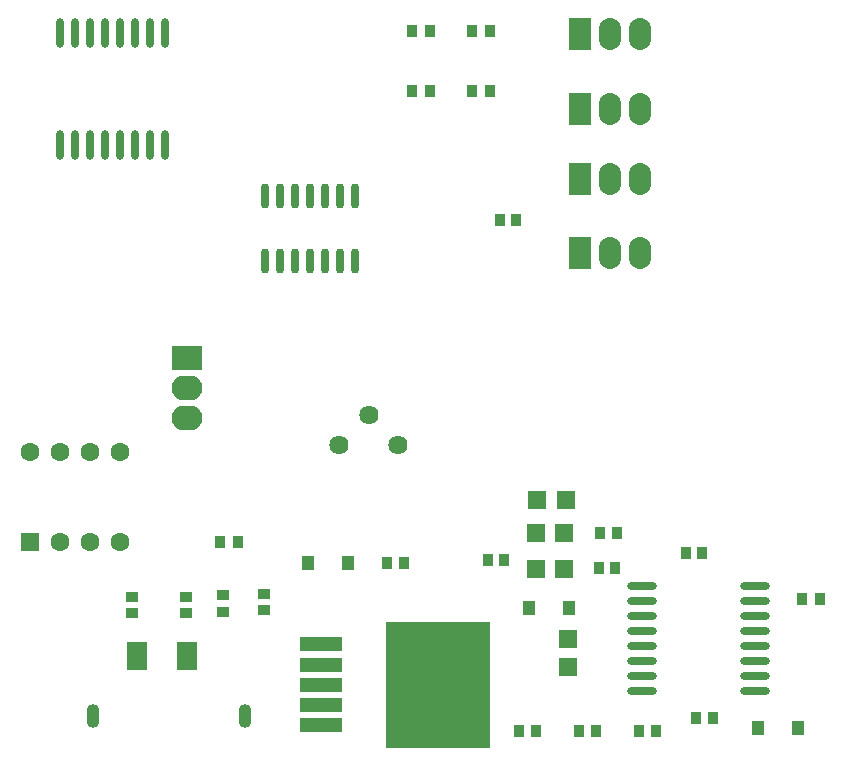
<source format=gts>
G04 Layer: TopSolderMaskLayer*
G04 EasyEDA v6.5.44, 2024-08-27 02:14:39*
G04 c69db122412b4c51b467f6eab680147d,f1a1d2977d3b4f1281c114c53eaa6542,10*
G04 Gerber Generator version 0.2*
G04 Scale: 100 percent, Rotated: No, Reflected: No *
G04 Dimensions in millimeters *
G04 leading zeros omitted , absolute positions ,4 integer and 5 decimal *
%FSLAX45Y45*%
%MOMM*%

%AMMACRO1*4,1,8,-0.4711,-0.4508,-0.5008,-0.421,-0.5008,0.4211,-0.4711,0.4508,0.471,0.4508,0.5008,0.4211,0.5008,-0.421,0.471,-0.4508,-0.4711,-0.4508,0*%
%AMMACRO2*4,1,8,-0.7711,-0.8008,-0.8008,-0.771,-0.8008,0.7711,-0.7711,0.8008,0.771,0.8008,0.8008,0.7711,0.8008,-0.771,0.771,-0.8008,-0.7711,-0.8008,0*%
%AMMACRO3*4,1,8,-0.7005,-0.8008,-0.7303,-0.771,-0.7303,0.7711,-0.7005,0.8008,0.7005,0.8008,0.7303,0.7711,0.7303,-0.771,0.7005,-0.8008,-0.7005,-0.8008,0*%
%AMMACRO4*4,1,8,-0.4211,-0.5008,-0.4508,-0.471,-0.4508,0.4711,-0.4211,0.5008,0.421,0.5008,0.4508,0.4711,0.4508,-0.471,0.421,-0.5008,-0.4211,-0.5008,0*%
%AMMACRO5*4,1,8,-0.7711,-0.7303,-0.8008,-0.7005,-0.8008,0.7005,-0.7711,0.7303,0.771,0.7303,0.8008,0.7005,0.8008,-0.7005,0.771,-0.7303,-0.7711,-0.7303,0*%
%AMMACRO6*4,1,8,-0.4961,-0.6258,-0.5258,-0.596,-0.5258,0.5961,-0.4961,0.6258,0.496,0.6258,0.5258,0.5961,0.5258,-0.596,0.496,-0.6258,-0.4961,-0.6258,0*%
%AMMACRO7*4,1,8,-0.4211,-0.4828,-0.4508,-0.453,-0.4508,0.4531,-0.4211,0.4828,0.421,0.4828,0.4508,0.4531,0.4508,-0.453,0.421,-0.4828,-0.4211,-0.4828,0*%
%AMMACRO8*4,1,8,-0.4243,-0.4828,-0.454,-0.453,-0.454,0.4531,-0.4243,0.4828,0.4243,0.4828,0.454,0.4531,0.454,-0.453,0.4243,-0.4828,-0.4243,-0.4828,0*%
%AMMACRO9*4,1,8,-1.7211,-0.6008,-1.7508,-0.571,-1.7508,0.5711,-1.7211,0.6008,1.721,0.6008,1.7508,0.5711,1.7508,-0.571,1.721,-0.6008,-1.7211,-0.6008,0*%
%AMMACRO10*4,1,8,-4.3735,-5.3444,-4.4033,-5.3146,-4.4033,5.3146,-4.3735,5.3444,4.3735,5.3444,4.4033,5.3146,4.4033,-5.3146,4.3735,-5.3444,-4.3735,-5.3444,0*%
%AMMACRO11*4,1,8,-1.2707,-1.0516,-1.3005,-1.0218,-1.3005,1.0218,-1.2707,1.0516,1.2707,1.0516,1.3005,1.0218,1.3005,-1.0218,1.2707,-1.0516,-1.2707,-1.0516,0*%
%AMMACRO12*4,1,8,-0.9211,-1.3508,-0.9508,-1.321,-0.9508,1.3211,-0.9211,1.3508,0.921,1.3508,0.9508,1.3211,0.9508,-1.321,0.921,-1.3508,-0.9211,-1.3508,0*%
%AMMACRO13*4,1,8,-0.8207,-1.15,-0.85,-1.1207,-0.85,1.1207,-0.8207,1.15,0.8207,1.15,0.85,1.1207,0.85,-1.1207,0.8207,-1.15,-0.8207,-1.15,0*%
%ADD10MACRO1*%
%ADD11C,1.6256*%
%ADD12O,0.6755891999999999X2.5021032*%
%ADD13MACRO2*%
%ADD14C,1.6016*%
%ADD15MACRO3*%
%ADD16MACRO4*%
%ADD17MACRO5*%
%ADD18MACRO6*%
%ADD19MACRO7*%
%ADD20MACRO8*%
%ADD21O,2.5021032X0.6755891999999999*%
%ADD22O,0.6755891999999999X2.1395944*%
%ADD23MACRO9*%
%ADD24MACRO10*%
%ADD25MACRO11*%
%ADD26O,2.601595X2.101596*%
%ADD27O,1.9015964X2.7015948*%
%ADD28MACRO12*%
%ADD29MACRO13*%
%ADD30O,1.0999978000000001X1.999996*%

%LPD*%
D10*
G01*
X1778000Y1365399D03*
G01*
X1778000Y1225400D03*
G01*
X2235200Y1365399D03*
G01*
X2235200Y1225400D03*
D11*
G01*
X3784612Y2903016D03*
G01*
X4034599Y2653029D03*
G01*
X3534600Y2653029D03*
D12*
G01*
X1168400Y5189169D03*
G01*
X1295400Y5189169D03*
G01*
X1422400Y5189169D03*
G01*
X1549400Y5189169D03*
G01*
X1676400Y5189169D03*
G01*
X1803400Y5189169D03*
G01*
X1930400Y5189169D03*
G01*
X2057400Y5189169D03*
G01*
X1168400Y6139230D03*
G01*
X1295400Y6139230D03*
G01*
X1422400Y6139230D03*
G01*
X1549400Y6139230D03*
G01*
X1676400Y6139230D03*
G01*
X1803400Y6139230D03*
G01*
X1930400Y6139230D03*
G01*
X2057400Y6139230D03*
D13*
G01*
X914400Y1828800D03*
D14*
G01*
X1168400Y1828800D03*
G01*
X1422400Y1828800D03*
G01*
X1676400Y1828800D03*
G01*
X914400Y2590800D03*
G01*
X1168400Y2590800D03*
G01*
X1422400Y2590800D03*
G01*
X1676400Y2590800D03*
D15*
G01*
X5473700Y769000D03*
G01*
X5473700Y1008998D03*
D16*
G01*
X5035699Y4559300D03*
G01*
X4895700Y4559300D03*
D17*
G01*
X5214000Y2184400D03*
G01*
X5453998Y2184400D03*
G01*
X5201300Y1905000D03*
G01*
X5441298Y1905000D03*
D16*
G01*
X4934099Y1676400D03*
G01*
X4794100Y1676400D03*
D17*
G01*
X5201300Y1600200D03*
G01*
X5441298Y1600200D03*
D16*
G01*
X6610499Y1739900D03*
G01*
X6470500Y1739900D03*
G01*
X5886599Y1905000D03*
G01*
X5746600Y1905000D03*
G01*
X5873899Y1612900D03*
G01*
X5733900Y1612900D03*
D18*
G01*
X3610940Y1651000D03*
G01*
X3272459Y1651000D03*
G01*
X5477840Y1270000D03*
G01*
X5139359Y1270000D03*
G01*
X7420940Y254000D03*
G01*
X7082459Y254000D03*
D19*
G01*
X3943200Y1651012D03*
G01*
X4083199Y1651012D03*
D20*
G01*
X2678824Y1828800D03*
G01*
X2528175Y1828800D03*
G01*
X4304424Y6159500D03*
G01*
X4153775Y6159500D03*
G01*
X4812424Y6159500D03*
G01*
X4661775Y6159500D03*
G01*
X4304424Y5651500D03*
G01*
X4153775Y5651500D03*
G01*
X4812424Y5651500D03*
G01*
X4661775Y5651500D03*
G01*
X7606424Y1346200D03*
G01*
X7455775Y1346200D03*
G01*
X6554075Y342900D03*
G01*
X6704724Y342900D03*
G01*
X5206124Y228600D03*
G01*
X5055475Y228600D03*
G01*
X5714124Y228600D03*
G01*
X5563475Y228600D03*
G01*
X6222124Y228600D03*
G01*
X6071475Y228600D03*
D21*
G01*
X6103569Y1460500D03*
G01*
X6103569Y1333500D03*
G01*
X6103569Y1206500D03*
G01*
X6103569Y1079500D03*
G01*
X6103569Y952500D03*
G01*
X6103569Y825500D03*
G01*
X6103569Y698500D03*
G01*
X6103569Y571500D03*
G01*
X7053630Y1460500D03*
G01*
X7053630Y1333500D03*
G01*
X7053630Y1206500D03*
G01*
X7053630Y1079500D03*
G01*
X7053630Y952500D03*
G01*
X7053630Y825500D03*
G01*
X7053630Y698500D03*
G01*
X7053630Y571500D03*
D22*
G01*
X2908300Y4206184D03*
G01*
X3035300Y4206184D03*
G01*
X3162300Y4206184D03*
G01*
X3289300Y4206184D03*
G01*
X3416300Y4206184D03*
G01*
X3543300Y4206184D03*
G01*
X3670300Y4206184D03*
G01*
X2908300Y4760005D03*
G01*
X3035300Y4760005D03*
G01*
X3162300Y4760005D03*
G01*
X3289300Y4760005D03*
G01*
X3416300Y4760005D03*
G01*
X3543300Y4760005D03*
G01*
X3670300Y4760005D03*
D23*
G01*
X3378200Y962304D03*
G01*
X3378200Y792302D03*
G01*
X3378200Y622300D03*
G01*
X3378200Y452297D03*
G01*
X3378200Y282295D03*
D24*
G01*
X4368789Y622300D03*
D25*
G01*
X2247900Y3390900D03*
D26*
G01*
X2247900Y2882900D03*
G01*
X2247900Y3136900D03*
D27*
G01*
X5829300Y6134595D03*
G01*
X6083300Y6133604D03*
D28*
G01*
X5575294Y6134597D03*
D27*
G01*
X5829300Y4902695D03*
G01*
X6083300Y4901704D03*
D28*
G01*
X5575294Y4902697D03*
D27*
G01*
X5829300Y5499595D03*
G01*
X6083300Y5498604D03*
D28*
G01*
X5575294Y5499597D03*
D27*
G01*
X5829300Y4280395D03*
G01*
X6083300Y4279404D03*
D28*
G01*
X5575294Y4280397D03*
D10*
G01*
X2552700Y1378099D03*
G01*
X2552700Y1238100D03*
G01*
X2895600Y1250800D03*
G01*
X2895600Y1390799D03*
D29*
G01*
X2245401Y864599D03*
G01*
X1820401Y864599D03*
D30*
G01*
X1451000Y354601D03*
G01*
X2739999Y354601D03*
M02*

</source>
